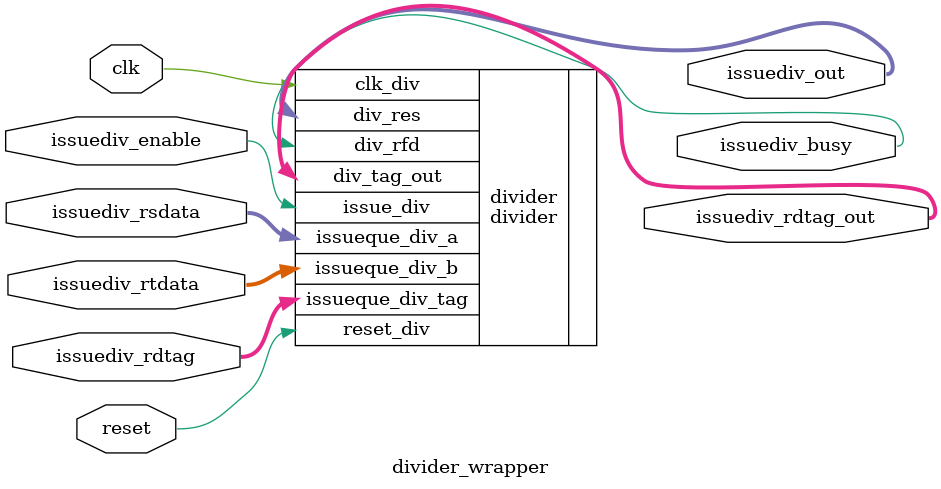
<source format=v>

`ifndef DIVIDER_WRAPPER_V
`define DIVIDER_WRAPPER_V

module divider_wrapper(
         input         clk,
         input         reset,
         input         issuediv_enable,
         input [31:0]  issuediv_rsdata,
         input [31:0]  issuediv_rtdata,
         input [ 5:0]  issuediv_rdtag,

         output        issuediv_busy,
         output [31:0] issuediv_out,
         output [ 5:0] issuediv_rdtag_out
   );

   divider divider (
      .clk_div          (clk),
      .reset_div        (reset),
      .issueque_div_a   (issuediv_rsdata),
      .issueque_div_b   (issuediv_rtdata),
      .issueque_div_tag (issuediv_rdtag),
      .issue_div        (issuediv_enable),
      .div_tag_out      (issuediv_rdtag_out),
      .div_res          (issuediv_out),
      .div_rfd          (issuediv_busy)
      );

endmodule

`endif


</source>
